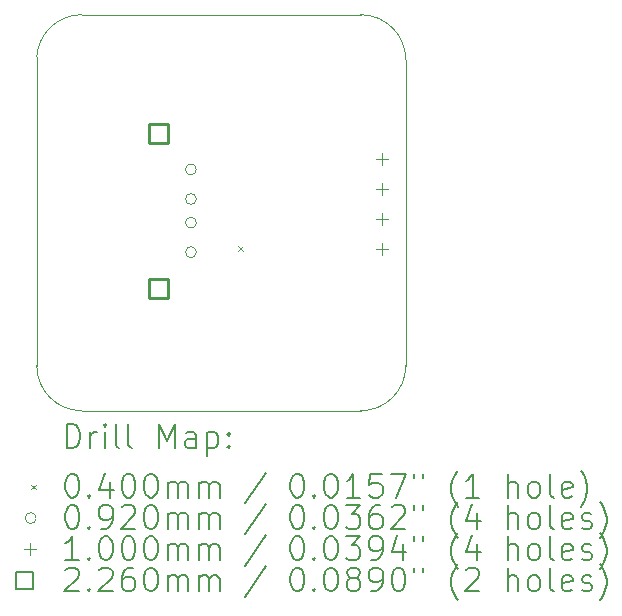
<source format=gbr>
%FSLAX45Y45*%
G04 Gerber Fmt 4.5, Leading zero omitted, Abs format (unit mm)*
G04 Created by KiCad (PCBNEW (6.0.0)) date 2022-01-04 00:39:45*
%MOMM*%
%LPD*%
G01*
G04 APERTURE LIST*
%TA.AperFunction,Profile*%
%ADD10C,0.100000*%
%TD*%
%ADD11C,0.200000*%
%ADD12C,0.040000*%
%ADD13C,0.092000*%
%ADD14C,0.100000*%
%ADD15C,0.226000*%
G04 APERTURE END LIST*
D10*
X11226800Y-7238154D02*
X13589000Y-7239000D01*
X11226800Y-7238154D02*
G75*
G03*
X10845800Y-7594600I0J-381846D01*
G01*
X13970000Y-7620000D02*
G75*
G03*
X13589000Y-7239000I-381000J0D01*
G01*
X10845800Y-10210800D02*
G75*
G03*
X11226800Y-10591800I381000J0D01*
G01*
X13970000Y-10210800D02*
X13970000Y-7620000D01*
X13589000Y-10591800D02*
X11226800Y-10591800D01*
X13589000Y-10591800D02*
G75*
G03*
X13970000Y-10210800I0J381000D01*
G01*
X10845800Y-10210800D02*
X10845800Y-7594600D01*
D11*
D12*
X12553000Y-9200200D02*
X12593000Y-9240200D01*
X12593000Y-9200200D02*
X12553000Y-9240200D01*
D13*
X12197150Y-8549250D02*
G75*
G03*
X12197150Y-8549250I-46000J0D01*
G01*
X12197150Y-8799250D02*
G75*
G03*
X12197150Y-8799250I-46000J0D01*
G01*
X12197150Y-8999250D02*
G75*
G03*
X12197150Y-8999250I-46000J0D01*
G01*
X12197150Y-9249250D02*
G75*
G03*
X12197150Y-9249250I-46000J0D01*
G01*
D14*
X13766800Y-8408200D02*
X13766800Y-8508200D01*
X13716800Y-8458200D02*
X13816800Y-8458200D01*
X13766800Y-8662200D02*
X13766800Y-8762200D01*
X13716800Y-8712200D02*
X13816800Y-8712200D01*
X13766800Y-8916200D02*
X13766800Y-9016200D01*
X13716800Y-8966200D02*
X13816800Y-8966200D01*
X13766800Y-9170200D02*
X13766800Y-9270200D01*
X13716800Y-9220200D02*
X13816800Y-9220200D01*
D15*
X11960054Y-8322154D02*
X11960054Y-8162346D01*
X11800246Y-8162346D01*
X11800246Y-8322154D01*
X11960054Y-8322154D01*
X11960054Y-9636154D02*
X11960054Y-9476346D01*
X11800246Y-9476346D01*
X11800246Y-9636154D01*
X11960054Y-9636154D01*
D11*
X11098419Y-10907276D02*
X11098419Y-10707276D01*
X11146038Y-10707276D01*
X11174610Y-10716800D01*
X11193657Y-10735848D01*
X11203181Y-10754895D01*
X11212705Y-10792990D01*
X11212705Y-10821562D01*
X11203181Y-10859657D01*
X11193657Y-10878705D01*
X11174610Y-10897752D01*
X11146038Y-10907276D01*
X11098419Y-10907276D01*
X11298419Y-10907276D02*
X11298419Y-10773943D01*
X11298419Y-10812038D02*
X11307943Y-10792990D01*
X11317467Y-10783467D01*
X11336514Y-10773943D01*
X11355562Y-10773943D01*
X11422228Y-10907276D02*
X11422228Y-10773943D01*
X11422228Y-10707276D02*
X11412705Y-10716800D01*
X11422228Y-10726324D01*
X11431752Y-10716800D01*
X11422228Y-10707276D01*
X11422228Y-10726324D01*
X11546038Y-10907276D02*
X11526990Y-10897752D01*
X11517467Y-10878705D01*
X11517467Y-10707276D01*
X11650800Y-10907276D02*
X11631752Y-10897752D01*
X11622228Y-10878705D01*
X11622228Y-10707276D01*
X11879371Y-10907276D02*
X11879371Y-10707276D01*
X11946038Y-10850133D01*
X12012705Y-10707276D01*
X12012705Y-10907276D01*
X12193657Y-10907276D02*
X12193657Y-10802514D01*
X12184133Y-10783467D01*
X12165086Y-10773943D01*
X12126990Y-10773943D01*
X12107943Y-10783467D01*
X12193657Y-10897752D02*
X12174609Y-10907276D01*
X12126990Y-10907276D01*
X12107943Y-10897752D01*
X12098419Y-10878705D01*
X12098419Y-10859657D01*
X12107943Y-10840610D01*
X12126990Y-10831086D01*
X12174609Y-10831086D01*
X12193657Y-10821562D01*
X12288895Y-10773943D02*
X12288895Y-10973943D01*
X12288895Y-10783467D02*
X12307943Y-10773943D01*
X12346038Y-10773943D01*
X12365086Y-10783467D01*
X12374609Y-10792990D01*
X12384133Y-10812038D01*
X12384133Y-10869181D01*
X12374609Y-10888229D01*
X12365086Y-10897752D01*
X12346038Y-10907276D01*
X12307943Y-10907276D01*
X12288895Y-10897752D01*
X12469848Y-10888229D02*
X12479371Y-10897752D01*
X12469848Y-10907276D01*
X12460324Y-10897752D01*
X12469848Y-10888229D01*
X12469848Y-10907276D01*
X12469848Y-10783467D02*
X12479371Y-10792990D01*
X12469848Y-10802514D01*
X12460324Y-10792990D01*
X12469848Y-10783467D01*
X12469848Y-10802514D01*
D12*
X10800800Y-11216800D02*
X10840800Y-11256800D01*
X10840800Y-11216800D02*
X10800800Y-11256800D01*
D11*
X11136514Y-11127276D02*
X11155562Y-11127276D01*
X11174610Y-11136800D01*
X11184133Y-11146324D01*
X11193657Y-11165371D01*
X11203181Y-11203467D01*
X11203181Y-11251086D01*
X11193657Y-11289181D01*
X11184133Y-11308228D01*
X11174610Y-11317752D01*
X11155562Y-11327276D01*
X11136514Y-11327276D01*
X11117467Y-11317752D01*
X11107943Y-11308228D01*
X11098419Y-11289181D01*
X11088895Y-11251086D01*
X11088895Y-11203467D01*
X11098419Y-11165371D01*
X11107943Y-11146324D01*
X11117467Y-11136800D01*
X11136514Y-11127276D01*
X11288895Y-11308228D02*
X11298419Y-11317752D01*
X11288895Y-11327276D01*
X11279371Y-11317752D01*
X11288895Y-11308228D01*
X11288895Y-11327276D01*
X11469848Y-11193943D02*
X11469848Y-11327276D01*
X11422228Y-11117752D02*
X11374609Y-11260609D01*
X11498419Y-11260609D01*
X11612705Y-11127276D02*
X11631752Y-11127276D01*
X11650800Y-11136800D01*
X11660324Y-11146324D01*
X11669848Y-11165371D01*
X11679371Y-11203467D01*
X11679371Y-11251086D01*
X11669848Y-11289181D01*
X11660324Y-11308228D01*
X11650800Y-11317752D01*
X11631752Y-11327276D01*
X11612705Y-11327276D01*
X11593657Y-11317752D01*
X11584133Y-11308228D01*
X11574609Y-11289181D01*
X11565086Y-11251086D01*
X11565086Y-11203467D01*
X11574609Y-11165371D01*
X11584133Y-11146324D01*
X11593657Y-11136800D01*
X11612705Y-11127276D01*
X11803181Y-11127276D02*
X11822228Y-11127276D01*
X11841276Y-11136800D01*
X11850800Y-11146324D01*
X11860324Y-11165371D01*
X11869848Y-11203467D01*
X11869848Y-11251086D01*
X11860324Y-11289181D01*
X11850800Y-11308228D01*
X11841276Y-11317752D01*
X11822228Y-11327276D01*
X11803181Y-11327276D01*
X11784133Y-11317752D01*
X11774609Y-11308228D01*
X11765086Y-11289181D01*
X11755562Y-11251086D01*
X11755562Y-11203467D01*
X11765086Y-11165371D01*
X11774609Y-11146324D01*
X11784133Y-11136800D01*
X11803181Y-11127276D01*
X11955562Y-11327276D02*
X11955562Y-11193943D01*
X11955562Y-11212990D02*
X11965086Y-11203467D01*
X11984133Y-11193943D01*
X12012705Y-11193943D01*
X12031752Y-11203467D01*
X12041276Y-11222514D01*
X12041276Y-11327276D01*
X12041276Y-11222514D02*
X12050800Y-11203467D01*
X12069848Y-11193943D01*
X12098419Y-11193943D01*
X12117467Y-11203467D01*
X12126990Y-11222514D01*
X12126990Y-11327276D01*
X12222228Y-11327276D02*
X12222228Y-11193943D01*
X12222228Y-11212990D02*
X12231752Y-11203467D01*
X12250800Y-11193943D01*
X12279371Y-11193943D01*
X12298419Y-11203467D01*
X12307943Y-11222514D01*
X12307943Y-11327276D01*
X12307943Y-11222514D02*
X12317467Y-11203467D01*
X12336514Y-11193943D01*
X12365086Y-11193943D01*
X12384133Y-11203467D01*
X12393657Y-11222514D01*
X12393657Y-11327276D01*
X12784133Y-11117752D02*
X12612705Y-11374895D01*
X13041276Y-11127276D02*
X13060324Y-11127276D01*
X13079371Y-11136800D01*
X13088895Y-11146324D01*
X13098419Y-11165371D01*
X13107943Y-11203467D01*
X13107943Y-11251086D01*
X13098419Y-11289181D01*
X13088895Y-11308228D01*
X13079371Y-11317752D01*
X13060324Y-11327276D01*
X13041276Y-11327276D01*
X13022228Y-11317752D01*
X13012705Y-11308228D01*
X13003181Y-11289181D01*
X12993657Y-11251086D01*
X12993657Y-11203467D01*
X13003181Y-11165371D01*
X13012705Y-11146324D01*
X13022228Y-11136800D01*
X13041276Y-11127276D01*
X13193657Y-11308228D02*
X13203181Y-11317752D01*
X13193657Y-11327276D01*
X13184133Y-11317752D01*
X13193657Y-11308228D01*
X13193657Y-11327276D01*
X13326990Y-11127276D02*
X13346038Y-11127276D01*
X13365086Y-11136800D01*
X13374609Y-11146324D01*
X13384133Y-11165371D01*
X13393657Y-11203467D01*
X13393657Y-11251086D01*
X13384133Y-11289181D01*
X13374609Y-11308228D01*
X13365086Y-11317752D01*
X13346038Y-11327276D01*
X13326990Y-11327276D01*
X13307943Y-11317752D01*
X13298419Y-11308228D01*
X13288895Y-11289181D01*
X13279371Y-11251086D01*
X13279371Y-11203467D01*
X13288895Y-11165371D01*
X13298419Y-11146324D01*
X13307943Y-11136800D01*
X13326990Y-11127276D01*
X13584133Y-11327276D02*
X13469848Y-11327276D01*
X13526990Y-11327276D02*
X13526990Y-11127276D01*
X13507943Y-11155848D01*
X13488895Y-11174895D01*
X13469848Y-11184419D01*
X13765086Y-11127276D02*
X13669848Y-11127276D01*
X13660324Y-11222514D01*
X13669848Y-11212990D01*
X13688895Y-11203467D01*
X13736514Y-11203467D01*
X13755562Y-11212990D01*
X13765086Y-11222514D01*
X13774609Y-11241562D01*
X13774609Y-11289181D01*
X13765086Y-11308228D01*
X13755562Y-11317752D01*
X13736514Y-11327276D01*
X13688895Y-11327276D01*
X13669848Y-11317752D01*
X13660324Y-11308228D01*
X13841276Y-11127276D02*
X13974609Y-11127276D01*
X13888895Y-11327276D01*
X14041276Y-11127276D02*
X14041276Y-11165371D01*
X14117467Y-11127276D02*
X14117467Y-11165371D01*
X14412705Y-11403467D02*
X14403181Y-11393943D01*
X14384133Y-11365371D01*
X14374609Y-11346324D01*
X14365086Y-11317752D01*
X14355562Y-11270133D01*
X14355562Y-11232038D01*
X14365086Y-11184419D01*
X14374609Y-11155848D01*
X14384133Y-11136800D01*
X14403181Y-11108229D01*
X14412705Y-11098705D01*
X14593657Y-11327276D02*
X14479371Y-11327276D01*
X14536514Y-11327276D02*
X14536514Y-11127276D01*
X14517467Y-11155848D01*
X14498419Y-11174895D01*
X14479371Y-11184419D01*
X14831752Y-11327276D02*
X14831752Y-11127276D01*
X14917467Y-11327276D02*
X14917467Y-11222514D01*
X14907943Y-11203467D01*
X14888895Y-11193943D01*
X14860324Y-11193943D01*
X14841276Y-11203467D01*
X14831752Y-11212990D01*
X15041276Y-11327276D02*
X15022228Y-11317752D01*
X15012705Y-11308228D01*
X15003181Y-11289181D01*
X15003181Y-11232038D01*
X15012705Y-11212990D01*
X15022228Y-11203467D01*
X15041276Y-11193943D01*
X15069848Y-11193943D01*
X15088895Y-11203467D01*
X15098419Y-11212990D01*
X15107943Y-11232038D01*
X15107943Y-11289181D01*
X15098419Y-11308228D01*
X15088895Y-11317752D01*
X15069848Y-11327276D01*
X15041276Y-11327276D01*
X15222228Y-11327276D02*
X15203181Y-11317752D01*
X15193657Y-11298705D01*
X15193657Y-11127276D01*
X15374609Y-11317752D02*
X15355562Y-11327276D01*
X15317467Y-11327276D01*
X15298419Y-11317752D01*
X15288895Y-11298705D01*
X15288895Y-11222514D01*
X15298419Y-11203467D01*
X15317467Y-11193943D01*
X15355562Y-11193943D01*
X15374609Y-11203467D01*
X15384133Y-11222514D01*
X15384133Y-11241562D01*
X15288895Y-11260609D01*
X15450800Y-11403467D02*
X15460324Y-11393943D01*
X15479371Y-11365371D01*
X15488895Y-11346324D01*
X15498419Y-11317752D01*
X15507943Y-11270133D01*
X15507943Y-11232038D01*
X15498419Y-11184419D01*
X15488895Y-11155848D01*
X15479371Y-11136800D01*
X15460324Y-11108229D01*
X15450800Y-11098705D01*
D13*
X10840800Y-11500800D02*
G75*
G03*
X10840800Y-11500800I-46000J0D01*
G01*
D11*
X11136514Y-11391276D02*
X11155562Y-11391276D01*
X11174610Y-11400800D01*
X11184133Y-11410324D01*
X11193657Y-11429371D01*
X11203181Y-11467467D01*
X11203181Y-11515086D01*
X11193657Y-11553181D01*
X11184133Y-11572228D01*
X11174610Y-11581752D01*
X11155562Y-11591276D01*
X11136514Y-11591276D01*
X11117467Y-11581752D01*
X11107943Y-11572228D01*
X11098419Y-11553181D01*
X11088895Y-11515086D01*
X11088895Y-11467467D01*
X11098419Y-11429371D01*
X11107943Y-11410324D01*
X11117467Y-11400800D01*
X11136514Y-11391276D01*
X11288895Y-11572228D02*
X11298419Y-11581752D01*
X11288895Y-11591276D01*
X11279371Y-11581752D01*
X11288895Y-11572228D01*
X11288895Y-11591276D01*
X11393657Y-11591276D02*
X11431752Y-11591276D01*
X11450800Y-11581752D01*
X11460324Y-11572228D01*
X11479371Y-11543657D01*
X11488895Y-11505562D01*
X11488895Y-11429371D01*
X11479371Y-11410324D01*
X11469848Y-11400800D01*
X11450800Y-11391276D01*
X11412705Y-11391276D01*
X11393657Y-11400800D01*
X11384133Y-11410324D01*
X11374609Y-11429371D01*
X11374609Y-11476990D01*
X11384133Y-11496038D01*
X11393657Y-11505562D01*
X11412705Y-11515086D01*
X11450800Y-11515086D01*
X11469848Y-11505562D01*
X11479371Y-11496038D01*
X11488895Y-11476990D01*
X11565086Y-11410324D02*
X11574609Y-11400800D01*
X11593657Y-11391276D01*
X11641276Y-11391276D01*
X11660324Y-11400800D01*
X11669848Y-11410324D01*
X11679371Y-11429371D01*
X11679371Y-11448419D01*
X11669848Y-11476990D01*
X11555562Y-11591276D01*
X11679371Y-11591276D01*
X11803181Y-11391276D02*
X11822228Y-11391276D01*
X11841276Y-11400800D01*
X11850800Y-11410324D01*
X11860324Y-11429371D01*
X11869848Y-11467467D01*
X11869848Y-11515086D01*
X11860324Y-11553181D01*
X11850800Y-11572228D01*
X11841276Y-11581752D01*
X11822228Y-11591276D01*
X11803181Y-11591276D01*
X11784133Y-11581752D01*
X11774609Y-11572228D01*
X11765086Y-11553181D01*
X11755562Y-11515086D01*
X11755562Y-11467467D01*
X11765086Y-11429371D01*
X11774609Y-11410324D01*
X11784133Y-11400800D01*
X11803181Y-11391276D01*
X11955562Y-11591276D02*
X11955562Y-11457943D01*
X11955562Y-11476990D02*
X11965086Y-11467467D01*
X11984133Y-11457943D01*
X12012705Y-11457943D01*
X12031752Y-11467467D01*
X12041276Y-11486514D01*
X12041276Y-11591276D01*
X12041276Y-11486514D02*
X12050800Y-11467467D01*
X12069848Y-11457943D01*
X12098419Y-11457943D01*
X12117467Y-11467467D01*
X12126990Y-11486514D01*
X12126990Y-11591276D01*
X12222228Y-11591276D02*
X12222228Y-11457943D01*
X12222228Y-11476990D02*
X12231752Y-11467467D01*
X12250800Y-11457943D01*
X12279371Y-11457943D01*
X12298419Y-11467467D01*
X12307943Y-11486514D01*
X12307943Y-11591276D01*
X12307943Y-11486514D02*
X12317467Y-11467467D01*
X12336514Y-11457943D01*
X12365086Y-11457943D01*
X12384133Y-11467467D01*
X12393657Y-11486514D01*
X12393657Y-11591276D01*
X12784133Y-11381752D02*
X12612705Y-11638895D01*
X13041276Y-11391276D02*
X13060324Y-11391276D01*
X13079371Y-11400800D01*
X13088895Y-11410324D01*
X13098419Y-11429371D01*
X13107943Y-11467467D01*
X13107943Y-11515086D01*
X13098419Y-11553181D01*
X13088895Y-11572228D01*
X13079371Y-11581752D01*
X13060324Y-11591276D01*
X13041276Y-11591276D01*
X13022228Y-11581752D01*
X13012705Y-11572228D01*
X13003181Y-11553181D01*
X12993657Y-11515086D01*
X12993657Y-11467467D01*
X13003181Y-11429371D01*
X13012705Y-11410324D01*
X13022228Y-11400800D01*
X13041276Y-11391276D01*
X13193657Y-11572228D02*
X13203181Y-11581752D01*
X13193657Y-11591276D01*
X13184133Y-11581752D01*
X13193657Y-11572228D01*
X13193657Y-11591276D01*
X13326990Y-11391276D02*
X13346038Y-11391276D01*
X13365086Y-11400800D01*
X13374609Y-11410324D01*
X13384133Y-11429371D01*
X13393657Y-11467467D01*
X13393657Y-11515086D01*
X13384133Y-11553181D01*
X13374609Y-11572228D01*
X13365086Y-11581752D01*
X13346038Y-11591276D01*
X13326990Y-11591276D01*
X13307943Y-11581752D01*
X13298419Y-11572228D01*
X13288895Y-11553181D01*
X13279371Y-11515086D01*
X13279371Y-11467467D01*
X13288895Y-11429371D01*
X13298419Y-11410324D01*
X13307943Y-11400800D01*
X13326990Y-11391276D01*
X13460324Y-11391276D02*
X13584133Y-11391276D01*
X13517467Y-11467467D01*
X13546038Y-11467467D01*
X13565086Y-11476990D01*
X13574609Y-11486514D01*
X13584133Y-11505562D01*
X13584133Y-11553181D01*
X13574609Y-11572228D01*
X13565086Y-11581752D01*
X13546038Y-11591276D01*
X13488895Y-11591276D01*
X13469848Y-11581752D01*
X13460324Y-11572228D01*
X13755562Y-11391276D02*
X13717467Y-11391276D01*
X13698419Y-11400800D01*
X13688895Y-11410324D01*
X13669848Y-11438895D01*
X13660324Y-11476990D01*
X13660324Y-11553181D01*
X13669848Y-11572228D01*
X13679371Y-11581752D01*
X13698419Y-11591276D01*
X13736514Y-11591276D01*
X13755562Y-11581752D01*
X13765086Y-11572228D01*
X13774609Y-11553181D01*
X13774609Y-11505562D01*
X13765086Y-11486514D01*
X13755562Y-11476990D01*
X13736514Y-11467467D01*
X13698419Y-11467467D01*
X13679371Y-11476990D01*
X13669848Y-11486514D01*
X13660324Y-11505562D01*
X13850800Y-11410324D02*
X13860324Y-11400800D01*
X13879371Y-11391276D01*
X13926990Y-11391276D01*
X13946038Y-11400800D01*
X13955562Y-11410324D01*
X13965086Y-11429371D01*
X13965086Y-11448419D01*
X13955562Y-11476990D01*
X13841276Y-11591276D01*
X13965086Y-11591276D01*
X14041276Y-11391276D02*
X14041276Y-11429371D01*
X14117467Y-11391276D02*
X14117467Y-11429371D01*
X14412705Y-11667467D02*
X14403181Y-11657943D01*
X14384133Y-11629371D01*
X14374609Y-11610324D01*
X14365086Y-11581752D01*
X14355562Y-11534133D01*
X14355562Y-11496038D01*
X14365086Y-11448419D01*
X14374609Y-11419848D01*
X14384133Y-11400800D01*
X14403181Y-11372228D01*
X14412705Y-11362705D01*
X14574609Y-11457943D02*
X14574609Y-11591276D01*
X14526990Y-11381752D02*
X14479371Y-11524609D01*
X14603181Y-11524609D01*
X14831752Y-11591276D02*
X14831752Y-11391276D01*
X14917467Y-11591276D02*
X14917467Y-11486514D01*
X14907943Y-11467467D01*
X14888895Y-11457943D01*
X14860324Y-11457943D01*
X14841276Y-11467467D01*
X14831752Y-11476990D01*
X15041276Y-11591276D02*
X15022228Y-11581752D01*
X15012705Y-11572228D01*
X15003181Y-11553181D01*
X15003181Y-11496038D01*
X15012705Y-11476990D01*
X15022228Y-11467467D01*
X15041276Y-11457943D01*
X15069848Y-11457943D01*
X15088895Y-11467467D01*
X15098419Y-11476990D01*
X15107943Y-11496038D01*
X15107943Y-11553181D01*
X15098419Y-11572228D01*
X15088895Y-11581752D01*
X15069848Y-11591276D01*
X15041276Y-11591276D01*
X15222228Y-11591276D02*
X15203181Y-11581752D01*
X15193657Y-11562705D01*
X15193657Y-11391276D01*
X15374609Y-11581752D02*
X15355562Y-11591276D01*
X15317467Y-11591276D01*
X15298419Y-11581752D01*
X15288895Y-11562705D01*
X15288895Y-11486514D01*
X15298419Y-11467467D01*
X15317467Y-11457943D01*
X15355562Y-11457943D01*
X15374609Y-11467467D01*
X15384133Y-11486514D01*
X15384133Y-11505562D01*
X15288895Y-11524609D01*
X15460324Y-11581752D02*
X15479371Y-11591276D01*
X15517467Y-11591276D01*
X15536514Y-11581752D01*
X15546038Y-11562705D01*
X15546038Y-11553181D01*
X15536514Y-11534133D01*
X15517467Y-11524609D01*
X15488895Y-11524609D01*
X15469848Y-11515086D01*
X15460324Y-11496038D01*
X15460324Y-11486514D01*
X15469848Y-11467467D01*
X15488895Y-11457943D01*
X15517467Y-11457943D01*
X15536514Y-11467467D01*
X15612705Y-11667467D02*
X15622228Y-11657943D01*
X15641276Y-11629371D01*
X15650800Y-11610324D01*
X15660324Y-11581752D01*
X15669848Y-11534133D01*
X15669848Y-11496038D01*
X15660324Y-11448419D01*
X15650800Y-11419848D01*
X15641276Y-11400800D01*
X15622228Y-11372228D01*
X15612705Y-11362705D01*
D14*
X10790800Y-11714800D02*
X10790800Y-11814800D01*
X10740800Y-11764800D02*
X10840800Y-11764800D01*
D11*
X11203181Y-11855276D02*
X11088895Y-11855276D01*
X11146038Y-11855276D02*
X11146038Y-11655276D01*
X11126990Y-11683848D01*
X11107943Y-11702895D01*
X11088895Y-11712419D01*
X11288895Y-11836228D02*
X11298419Y-11845752D01*
X11288895Y-11855276D01*
X11279371Y-11845752D01*
X11288895Y-11836228D01*
X11288895Y-11855276D01*
X11422228Y-11655276D02*
X11441276Y-11655276D01*
X11460324Y-11664800D01*
X11469848Y-11674324D01*
X11479371Y-11693371D01*
X11488895Y-11731467D01*
X11488895Y-11779086D01*
X11479371Y-11817181D01*
X11469848Y-11836228D01*
X11460324Y-11845752D01*
X11441276Y-11855276D01*
X11422228Y-11855276D01*
X11403181Y-11845752D01*
X11393657Y-11836228D01*
X11384133Y-11817181D01*
X11374609Y-11779086D01*
X11374609Y-11731467D01*
X11384133Y-11693371D01*
X11393657Y-11674324D01*
X11403181Y-11664800D01*
X11422228Y-11655276D01*
X11612705Y-11655276D02*
X11631752Y-11655276D01*
X11650800Y-11664800D01*
X11660324Y-11674324D01*
X11669848Y-11693371D01*
X11679371Y-11731467D01*
X11679371Y-11779086D01*
X11669848Y-11817181D01*
X11660324Y-11836228D01*
X11650800Y-11845752D01*
X11631752Y-11855276D01*
X11612705Y-11855276D01*
X11593657Y-11845752D01*
X11584133Y-11836228D01*
X11574609Y-11817181D01*
X11565086Y-11779086D01*
X11565086Y-11731467D01*
X11574609Y-11693371D01*
X11584133Y-11674324D01*
X11593657Y-11664800D01*
X11612705Y-11655276D01*
X11803181Y-11655276D02*
X11822228Y-11655276D01*
X11841276Y-11664800D01*
X11850800Y-11674324D01*
X11860324Y-11693371D01*
X11869848Y-11731467D01*
X11869848Y-11779086D01*
X11860324Y-11817181D01*
X11850800Y-11836228D01*
X11841276Y-11845752D01*
X11822228Y-11855276D01*
X11803181Y-11855276D01*
X11784133Y-11845752D01*
X11774609Y-11836228D01*
X11765086Y-11817181D01*
X11755562Y-11779086D01*
X11755562Y-11731467D01*
X11765086Y-11693371D01*
X11774609Y-11674324D01*
X11784133Y-11664800D01*
X11803181Y-11655276D01*
X11955562Y-11855276D02*
X11955562Y-11721943D01*
X11955562Y-11740990D02*
X11965086Y-11731467D01*
X11984133Y-11721943D01*
X12012705Y-11721943D01*
X12031752Y-11731467D01*
X12041276Y-11750514D01*
X12041276Y-11855276D01*
X12041276Y-11750514D02*
X12050800Y-11731467D01*
X12069848Y-11721943D01*
X12098419Y-11721943D01*
X12117467Y-11731467D01*
X12126990Y-11750514D01*
X12126990Y-11855276D01*
X12222228Y-11855276D02*
X12222228Y-11721943D01*
X12222228Y-11740990D02*
X12231752Y-11731467D01*
X12250800Y-11721943D01*
X12279371Y-11721943D01*
X12298419Y-11731467D01*
X12307943Y-11750514D01*
X12307943Y-11855276D01*
X12307943Y-11750514D02*
X12317467Y-11731467D01*
X12336514Y-11721943D01*
X12365086Y-11721943D01*
X12384133Y-11731467D01*
X12393657Y-11750514D01*
X12393657Y-11855276D01*
X12784133Y-11645752D02*
X12612705Y-11902895D01*
X13041276Y-11655276D02*
X13060324Y-11655276D01*
X13079371Y-11664800D01*
X13088895Y-11674324D01*
X13098419Y-11693371D01*
X13107943Y-11731467D01*
X13107943Y-11779086D01*
X13098419Y-11817181D01*
X13088895Y-11836228D01*
X13079371Y-11845752D01*
X13060324Y-11855276D01*
X13041276Y-11855276D01*
X13022228Y-11845752D01*
X13012705Y-11836228D01*
X13003181Y-11817181D01*
X12993657Y-11779086D01*
X12993657Y-11731467D01*
X13003181Y-11693371D01*
X13012705Y-11674324D01*
X13022228Y-11664800D01*
X13041276Y-11655276D01*
X13193657Y-11836228D02*
X13203181Y-11845752D01*
X13193657Y-11855276D01*
X13184133Y-11845752D01*
X13193657Y-11836228D01*
X13193657Y-11855276D01*
X13326990Y-11655276D02*
X13346038Y-11655276D01*
X13365086Y-11664800D01*
X13374609Y-11674324D01*
X13384133Y-11693371D01*
X13393657Y-11731467D01*
X13393657Y-11779086D01*
X13384133Y-11817181D01*
X13374609Y-11836228D01*
X13365086Y-11845752D01*
X13346038Y-11855276D01*
X13326990Y-11855276D01*
X13307943Y-11845752D01*
X13298419Y-11836228D01*
X13288895Y-11817181D01*
X13279371Y-11779086D01*
X13279371Y-11731467D01*
X13288895Y-11693371D01*
X13298419Y-11674324D01*
X13307943Y-11664800D01*
X13326990Y-11655276D01*
X13460324Y-11655276D02*
X13584133Y-11655276D01*
X13517467Y-11731467D01*
X13546038Y-11731467D01*
X13565086Y-11740990D01*
X13574609Y-11750514D01*
X13584133Y-11769562D01*
X13584133Y-11817181D01*
X13574609Y-11836228D01*
X13565086Y-11845752D01*
X13546038Y-11855276D01*
X13488895Y-11855276D01*
X13469848Y-11845752D01*
X13460324Y-11836228D01*
X13679371Y-11855276D02*
X13717467Y-11855276D01*
X13736514Y-11845752D01*
X13746038Y-11836228D01*
X13765086Y-11807657D01*
X13774609Y-11769562D01*
X13774609Y-11693371D01*
X13765086Y-11674324D01*
X13755562Y-11664800D01*
X13736514Y-11655276D01*
X13698419Y-11655276D01*
X13679371Y-11664800D01*
X13669848Y-11674324D01*
X13660324Y-11693371D01*
X13660324Y-11740990D01*
X13669848Y-11760038D01*
X13679371Y-11769562D01*
X13698419Y-11779086D01*
X13736514Y-11779086D01*
X13755562Y-11769562D01*
X13765086Y-11760038D01*
X13774609Y-11740990D01*
X13946038Y-11721943D02*
X13946038Y-11855276D01*
X13898419Y-11645752D02*
X13850800Y-11788609D01*
X13974609Y-11788609D01*
X14041276Y-11655276D02*
X14041276Y-11693371D01*
X14117467Y-11655276D02*
X14117467Y-11693371D01*
X14412705Y-11931467D02*
X14403181Y-11921943D01*
X14384133Y-11893371D01*
X14374609Y-11874324D01*
X14365086Y-11845752D01*
X14355562Y-11798133D01*
X14355562Y-11760038D01*
X14365086Y-11712419D01*
X14374609Y-11683848D01*
X14384133Y-11664800D01*
X14403181Y-11636228D01*
X14412705Y-11626705D01*
X14574609Y-11721943D02*
X14574609Y-11855276D01*
X14526990Y-11645752D02*
X14479371Y-11788609D01*
X14603181Y-11788609D01*
X14831752Y-11855276D02*
X14831752Y-11655276D01*
X14917467Y-11855276D02*
X14917467Y-11750514D01*
X14907943Y-11731467D01*
X14888895Y-11721943D01*
X14860324Y-11721943D01*
X14841276Y-11731467D01*
X14831752Y-11740990D01*
X15041276Y-11855276D02*
X15022228Y-11845752D01*
X15012705Y-11836228D01*
X15003181Y-11817181D01*
X15003181Y-11760038D01*
X15012705Y-11740990D01*
X15022228Y-11731467D01*
X15041276Y-11721943D01*
X15069848Y-11721943D01*
X15088895Y-11731467D01*
X15098419Y-11740990D01*
X15107943Y-11760038D01*
X15107943Y-11817181D01*
X15098419Y-11836228D01*
X15088895Y-11845752D01*
X15069848Y-11855276D01*
X15041276Y-11855276D01*
X15222228Y-11855276D02*
X15203181Y-11845752D01*
X15193657Y-11826705D01*
X15193657Y-11655276D01*
X15374609Y-11845752D02*
X15355562Y-11855276D01*
X15317467Y-11855276D01*
X15298419Y-11845752D01*
X15288895Y-11826705D01*
X15288895Y-11750514D01*
X15298419Y-11731467D01*
X15317467Y-11721943D01*
X15355562Y-11721943D01*
X15374609Y-11731467D01*
X15384133Y-11750514D01*
X15384133Y-11769562D01*
X15288895Y-11788609D01*
X15460324Y-11845752D02*
X15479371Y-11855276D01*
X15517467Y-11855276D01*
X15536514Y-11845752D01*
X15546038Y-11826705D01*
X15546038Y-11817181D01*
X15536514Y-11798133D01*
X15517467Y-11788609D01*
X15488895Y-11788609D01*
X15469848Y-11779086D01*
X15460324Y-11760038D01*
X15460324Y-11750514D01*
X15469848Y-11731467D01*
X15488895Y-11721943D01*
X15517467Y-11721943D01*
X15536514Y-11731467D01*
X15612705Y-11931467D02*
X15622228Y-11921943D01*
X15641276Y-11893371D01*
X15650800Y-11874324D01*
X15660324Y-11845752D01*
X15669848Y-11798133D01*
X15669848Y-11760038D01*
X15660324Y-11712419D01*
X15650800Y-11683848D01*
X15641276Y-11664800D01*
X15622228Y-11636228D01*
X15612705Y-11626705D01*
X10811511Y-12099511D02*
X10811511Y-11958089D01*
X10670089Y-11958089D01*
X10670089Y-12099511D01*
X10811511Y-12099511D01*
X11088895Y-11938324D02*
X11098419Y-11928800D01*
X11117467Y-11919276D01*
X11165086Y-11919276D01*
X11184133Y-11928800D01*
X11193657Y-11938324D01*
X11203181Y-11957371D01*
X11203181Y-11976419D01*
X11193657Y-12004990D01*
X11079371Y-12119276D01*
X11203181Y-12119276D01*
X11288895Y-12100228D02*
X11298419Y-12109752D01*
X11288895Y-12119276D01*
X11279371Y-12109752D01*
X11288895Y-12100228D01*
X11288895Y-12119276D01*
X11374609Y-11938324D02*
X11384133Y-11928800D01*
X11403181Y-11919276D01*
X11450800Y-11919276D01*
X11469848Y-11928800D01*
X11479371Y-11938324D01*
X11488895Y-11957371D01*
X11488895Y-11976419D01*
X11479371Y-12004990D01*
X11365086Y-12119276D01*
X11488895Y-12119276D01*
X11660324Y-11919276D02*
X11622228Y-11919276D01*
X11603181Y-11928800D01*
X11593657Y-11938324D01*
X11574609Y-11966895D01*
X11565086Y-12004990D01*
X11565086Y-12081181D01*
X11574609Y-12100228D01*
X11584133Y-12109752D01*
X11603181Y-12119276D01*
X11641276Y-12119276D01*
X11660324Y-12109752D01*
X11669848Y-12100228D01*
X11679371Y-12081181D01*
X11679371Y-12033562D01*
X11669848Y-12014514D01*
X11660324Y-12004990D01*
X11641276Y-11995467D01*
X11603181Y-11995467D01*
X11584133Y-12004990D01*
X11574609Y-12014514D01*
X11565086Y-12033562D01*
X11803181Y-11919276D02*
X11822228Y-11919276D01*
X11841276Y-11928800D01*
X11850800Y-11938324D01*
X11860324Y-11957371D01*
X11869848Y-11995467D01*
X11869848Y-12043086D01*
X11860324Y-12081181D01*
X11850800Y-12100228D01*
X11841276Y-12109752D01*
X11822228Y-12119276D01*
X11803181Y-12119276D01*
X11784133Y-12109752D01*
X11774609Y-12100228D01*
X11765086Y-12081181D01*
X11755562Y-12043086D01*
X11755562Y-11995467D01*
X11765086Y-11957371D01*
X11774609Y-11938324D01*
X11784133Y-11928800D01*
X11803181Y-11919276D01*
X11955562Y-12119276D02*
X11955562Y-11985943D01*
X11955562Y-12004990D02*
X11965086Y-11995467D01*
X11984133Y-11985943D01*
X12012705Y-11985943D01*
X12031752Y-11995467D01*
X12041276Y-12014514D01*
X12041276Y-12119276D01*
X12041276Y-12014514D02*
X12050800Y-11995467D01*
X12069848Y-11985943D01*
X12098419Y-11985943D01*
X12117467Y-11995467D01*
X12126990Y-12014514D01*
X12126990Y-12119276D01*
X12222228Y-12119276D02*
X12222228Y-11985943D01*
X12222228Y-12004990D02*
X12231752Y-11995467D01*
X12250800Y-11985943D01*
X12279371Y-11985943D01*
X12298419Y-11995467D01*
X12307943Y-12014514D01*
X12307943Y-12119276D01*
X12307943Y-12014514D02*
X12317467Y-11995467D01*
X12336514Y-11985943D01*
X12365086Y-11985943D01*
X12384133Y-11995467D01*
X12393657Y-12014514D01*
X12393657Y-12119276D01*
X12784133Y-11909752D02*
X12612705Y-12166895D01*
X13041276Y-11919276D02*
X13060324Y-11919276D01*
X13079371Y-11928800D01*
X13088895Y-11938324D01*
X13098419Y-11957371D01*
X13107943Y-11995467D01*
X13107943Y-12043086D01*
X13098419Y-12081181D01*
X13088895Y-12100228D01*
X13079371Y-12109752D01*
X13060324Y-12119276D01*
X13041276Y-12119276D01*
X13022228Y-12109752D01*
X13012705Y-12100228D01*
X13003181Y-12081181D01*
X12993657Y-12043086D01*
X12993657Y-11995467D01*
X13003181Y-11957371D01*
X13012705Y-11938324D01*
X13022228Y-11928800D01*
X13041276Y-11919276D01*
X13193657Y-12100228D02*
X13203181Y-12109752D01*
X13193657Y-12119276D01*
X13184133Y-12109752D01*
X13193657Y-12100228D01*
X13193657Y-12119276D01*
X13326990Y-11919276D02*
X13346038Y-11919276D01*
X13365086Y-11928800D01*
X13374609Y-11938324D01*
X13384133Y-11957371D01*
X13393657Y-11995467D01*
X13393657Y-12043086D01*
X13384133Y-12081181D01*
X13374609Y-12100228D01*
X13365086Y-12109752D01*
X13346038Y-12119276D01*
X13326990Y-12119276D01*
X13307943Y-12109752D01*
X13298419Y-12100228D01*
X13288895Y-12081181D01*
X13279371Y-12043086D01*
X13279371Y-11995467D01*
X13288895Y-11957371D01*
X13298419Y-11938324D01*
X13307943Y-11928800D01*
X13326990Y-11919276D01*
X13507943Y-12004990D02*
X13488895Y-11995467D01*
X13479371Y-11985943D01*
X13469848Y-11966895D01*
X13469848Y-11957371D01*
X13479371Y-11938324D01*
X13488895Y-11928800D01*
X13507943Y-11919276D01*
X13546038Y-11919276D01*
X13565086Y-11928800D01*
X13574609Y-11938324D01*
X13584133Y-11957371D01*
X13584133Y-11966895D01*
X13574609Y-11985943D01*
X13565086Y-11995467D01*
X13546038Y-12004990D01*
X13507943Y-12004990D01*
X13488895Y-12014514D01*
X13479371Y-12024038D01*
X13469848Y-12043086D01*
X13469848Y-12081181D01*
X13479371Y-12100228D01*
X13488895Y-12109752D01*
X13507943Y-12119276D01*
X13546038Y-12119276D01*
X13565086Y-12109752D01*
X13574609Y-12100228D01*
X13584133Y-12081181D01*
X13584133Y-12043086D01*
X13574609Y-12024038D01*
X13565086Y-12014514D01*
X13546038Y-12004990D01*
X13679371Y-12119276D02*
X13717467Y-12119276D01*
X13736514Y-12109752D01*
X13746038Y-12100228D01*
X13765086Y-12071657D01*
X13774609Y-12033562D01*
X13774609Y-11957371D01*
X13765086Y-11938324D01*
X13755562Y-11928800D01*
X13736514Y-11919276D01*
X13698419Y-11919276D01*
X13679371Y-11928800D01*
X13669848Y-11938324D01*
X13660324Y-11957371D01*
X13660324Y-12004990D01*
X13669848Y-12024038D01*
X13679371Y-12033562D01*
X13698419Y-12043086D01*
X13736514Y-12043086D01*
X13755562Y-12033562D01*
X13765086Y-12024038D01*
X13774609Y-12004990D01*
X13898419Y-11919276D02*
X13917467Y-11919276D01*
X13936514Y-11928800D01*
X13946038Y-11938324D01*
X13955562Y-11957371D01*
X13965086Y-11995467D01*
X13965086Y-12043086D01*
X13955562Y-12081181D01*
X13946038Y-12100228D01*
X13936514Y-12109752D01*
X13917467Y-12119276D01*
X13898419Y-12119276D01*
X13879371Y-12109752D01*
X13869848Y-12100228D01*
X13860324Y-12081181D01*
X13850800Y-12043086D01*
X13850800Y-11995467D01*
X13860324Y-11957371D01*
X13869848Y-11938324D01*
X13879371Y-11928800D01*
X13898419Y-11919276D01*
X14041276Y-11919276D02*
X14041276Y-11957371D01*
X14117467Y-11919276D02*
X14117467Y-11957371D01*
X14412705Y-12195467D02*
X14403181Y-12185943D01*
X14384133Y-12157371D01*
X14374609Y-12138324D01*
X14365086Y-12109752D01*
X14355562Y-12062133D01*
X14355562Y-12024038D01*
X14365086Y-11976419D01*
X14374609Y-11947848D01*
X14384133Y-11928800D01*
X14403181Y-11900228D01*
X14412705Y-11890705D01*
X14479371Y-11938324D02*
X14488895Y-11928800D01*
X14507943Y-11919276D01*
X14555562Y-11919276D01*
X14574609Y-11928800D01*
X14584133Y-11938324D01*
X14593657Y-11957371D01*
X14593657Y-11976419D01*
X14584133Y-12004990D01*
X14469848Y-12119276D01*
X14593657Y-12119276D01*
X14831752Y-12119276D02*
X14831752Y-11919276D01*
X14917467Y-12119276D02*
X14917467Y-12014514D01*
X14907943Y-11995467D01*
X14888895Y-11985943D01*
X14860324Y-11985943D01*
X14841276Y-11995467D01*
X14831752Y-12004990D01*
X15041276Y-12119276D02*
X15022228Y-12109752D01*
X15012705Y-12100228D01*
X15003181Y-12081181D01*
X15003181Y-12024038D01*
X15012705Y-12004990D01*
X15022228Y-11995467D01*
X15041276Y-11985943D01*
X15069848Y-11985943D01*
X15088895Y-11995467D01*
X15098419Y-12004990D01*
X15107943Y-12024038D01*
X15107943Y-12081181D01*
X15098419Y-12100228D01*
X15088895Y-12109752D01*
X15069848Y-12119276D01*
X15041276Y-12119276D01*
X15222228Y-12119276D02*
X15203181Y-12109752D01*
X15193657Y-12090705D01*
X15193657Y-11919276D01*
X15374609Y-12109752D02*
X15355562Y-12119276D01*
X15317467Y-12119276D01*
X15298419Y-12109752D01*
X15288895Y-12090705D01*
X15288895Y-12014514D01*
X15298419Y-11995467D01*
X15317467Y-11985943D01*
X15355562Y-11985943D01*
X15374609Y-11995467D01*
X15384133Y-12014514D01*
X15384133Y-12033562D01*
X15288895Y-12052609D01*
X15460324Y-12109752D02*
X15479371Y-12119276D01*
X15517467Y-12119276D01*
X15536514Y-12109752D01*
X15546038Y-12090705D01*
X15546038Y-12081181D01*
X15536514Y-12062133D01*
X15517467Y-12052609D01*
X15488895Y-12052609D01*
X15469848Y-12043086D01*
X15460324Y-12024038D01*
X15460324Y-12014514D01*
X15469848Y-11995467D01*
X15488895Y-11985943D01*
X15517467Y-11985943D01*
X15536514Y-11995467D01*
X15612705Y-12195467D02*
X15622228Y-12185943D01*
X15641276Y-12157371D01*
X15650800Y-12138324D01*
X15660324Y-12109752D01*
X15669848Y-12062133D01*
X15669848Y-12024038D01*
X15660324Y-11976419D01*
X15650800Y-11947848D01*
X15641276Y-11928800D01*
X15622228Y-11900228D01*
X15612705Y-11890705D01*
M02*

</source>
